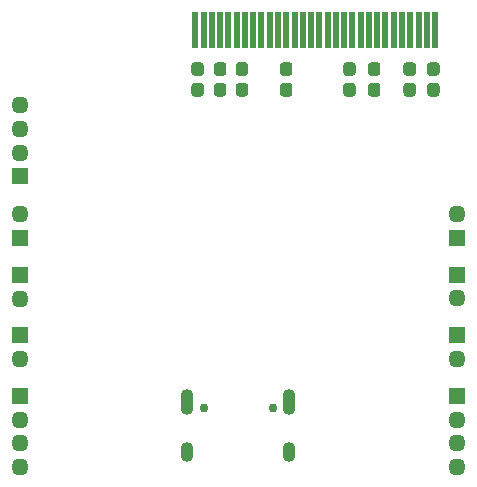
<source format=gbr>
%TF.GenerationSoftware,KiCad,Pcbnew,(5.1.6-0-10_14)*%
%TF.CreationDate,2020-10-29T20:17:36+08:00*%
%TF.ProjectId,QuadoFly,51756164-6f46-46c7-992e-6b696361645f,rev?*%
%TF.SameCoordinates,Original*%
%TF.FileFunction,Soldermask,Bot*%
%TF.FilePolarity,Negative*%
%FSLAX46Y46*%
G04 Gerber Fmt 4.6, Leading zero omitted, Abs format (unit mm)*
G04 Created by KiCad (PCBNEW (5.1.6-0-10_14)) date 2020-10-29 20:17:36*
%MOMM*%
%LPD*%
G01*
G04 APERTURE LIST*
%ADD10O,1.450000X1.450000*%
%ADD11R,1.450000X1.450000*%
%ADD12R,0.100000X0.100000*%
%ADD13R,0.500000X3.100000*%
%ADD14C,0.750000*%
%ADD15O,1.100000X1.700000*%
%ADD16O,1.100000X2.200000*%
G04 APERTURE END LIST*
D10*
%TO.C,J10*%
X101500000Y-143500000D03*
X101500000Y-141500000D03*
X101500000Y-139500000D03*
D11*
X101500000Y-137500000D03*
%TD*%
D10*
%TO.C,J9*%
X138500000Y-143500000D03*
X138500000Y-141500000D03*
X138500000Y-139500000D03*
D11*
X138500000Y-137500000D03*
%TD*%
D10*
%TO.C,J3*%
X101500000Y-129250000D03*
D11*
X101500000Y-127250000D03*
%TD*%
D10*
%TO.C,J2*%
X101500000Y-122100000D03*
D11*
X101500000Y-124100000D03*
%TD*%
D12*
%TO.C,J13*%
X138250000Y-107800000D03*
D13*
X116350000Y-106500000D03*
X117050000Y-106500000D03*
X117750000Y-106500000D03*
X118450000Y-106500000D03*
X119150000Y-106500000D03*
X119850000Y-106500000D03*
X120550000Y-106500000D03*
X121250000Y-106500000D03*
X121950000Y-106500000D03*
X122650000Y-106500000D03*
X123350000Y-106500000D03*
X124050000Y-106500000D03*
X124750000Y-106500000D03*
X125450000Y-106500000D03*
X126150000Y-106500000D03*
X126850000Y-106500000D03*
X127550000Y-106500000D03*
X128250000Y-106500000D03*
X128950000Y-106500000D03*
X129650000Y-106500000D03*
X130350000Y-106500000D03*
X131050000Y-106500000D03*
X131750000Y-106500000D03*
X132450000Y-106500000D03*
X133150000Y-106500000D03*
X133850000Y-106500000D03*
X134550000Y-106500000D03*
X135250000Y-106500000D03*
X135950000Y-106500000D03*
X136650000Y-106500000D03*
%TD*%
D10*
%TO.C,J7*%
X101500000Y-134333332D03*
D11*
X101500000Y-132333332D03*
%TD*%
%TO.C,R14*%
G36*
G01*
X129137500Y-111000000D02*
X129662500Y-111000000D01*
G75*
G02*
X129925000Y-111262500I0J-262500D01*
G01*
X129925000Y-111887500D01*
G75*
G02*
X129662500Y-112150000I-262500J0D01*
G01*
X129137500Y-112150000D01*
G75*
G02*
X128875000Y-111887500I0J262500D01*
G01*
X128875000Y-111262500D01*
G75*
G02*
X129137500Y-111000000I262500J0D01*
G01*
G37*
G36*
G01*
X129137500Y-109250000D02*
X129662500Y-109250000D01*
G75*
G02*
X129925000Y-109512500I0J-262500D01*
G01*
X129925000Y-110137500D01*
G75*
G02*
X129662500Y-110400000I-262500J0D01*
G01*
X129137500Y-110400000D01*
G75*
G02*
X128875000Y-110137500I0J262500D01*
G01*
X128875000Y-109512500D01*
G75*
G02*
X129137500Y-109250000I262500J0D01*
G01*
G37*
%TD*%
%TO.C,R13*%
G36*
G01*
X131762500Y-110400000D02*
X131237500Y-110400000D01*
G75*
G02*
X130975000Y-110137500I0J262500D01*
G01*
X130975000Y-109512500D01*
G75*
G02*
X131237500Y-109250000I262500J0D01*
G01*
X131762500Y-109250000D01*
G75*
G02*
X132025000Y-109512500I0J-262500D01*
G01*
X132025000Y-110137500D01*
G75*
G02*
X131762500Y-110400000I-262500J0D01*
G01*
G37*
G36*
G01*
X131762500Y-112150000D02*
X131237500Y-112150000D01*
G75*
G02*
X130975000Y-111887500I0J262500D01*
G01*
X130975000Y-111262500D01*
G75*
G02*
X131237500Y-111000000I262500J0D01*
G01*
X131762500Y-111000000D01*
G75*
G02*
X132025000Y-111262500I0J-262500D01*
G01*
X132025000Y-111887500D01*
G75*
G02*
X131762500Y-112150000I-262500J0D01*
G01*
G37*
%TD*%
%TO.C,R12*%
G36*
G01*
X120562500Y-110400000D02*
X120037500Y-110400000D01*
G75*
G02*
X119775000Y-110137500I0J262500D01*
G01*
X119775000Y-109512500D01*
G75*
G02*
X120037500Y-109250000I262500J0D01*
G01*
X120562500Y-109250000D01*
G75*
G02*
X120825000Y-109512500I0J-262500D01*
G01*
X120825000Y-110137500D01*
G75*
G02*
X120562500Y-110400000I-262500J0D01*
G01*
G37*
G36*
G01*
X120562500Y-112150000D02*
X120037500Y-112150000D01*
G75*
G02*
X119775000Y-111887500I0J262500D01*
G01*
X119775000Y-111262500D01*
G75*
G02*
X120037500Y-111000000I262500J0D01*
G01*
X120562500Y-111000000D01*
G75*
G02*
X120825000Y-111262500I0J-262500D01*
G01*
X120825000Y-111887500D01*
G75*
G02*
X120562500Y-112150000I-262500J0D01*
G01*
G37*
%TD*%
%TO.C,R11*%
G36*
G01*
X123787500Y-111000000D02*
X124312500Y-111000000D01*
G75*
G02*
X124575000Y-111262500I0J-262500D01*
G01*
X124575000Y-111887500D01*
G75*
G02*
X124312500Y-112150000I-262500J0D01*
G01*
X123787500Y-112150000D01*
G75*
G02*
X123525000Y-111887500I0J262500D01*
G01*
X123525000Y-111262500D01*
G75*
G02*
X123787500Y-111000000I262500J0D01*
G01*
G37*
G36*
G01*
X123787500Y-109250000D02*
X124312500Y-109250000D01*
G75*
G02*
X124575000Y-109512500I0J-262500D01*
G01*
X124575000Y-110137500D01*
G75*
G02*
X124312500Y-110400000I-262500J0D01*
G01*
X123787500Y-110400000D01*
G75*
G02*
X123525000Y-110137500I0J262500D01*
G01*
X123525000Y-109512500D01*
G75*
G02*
X123787500Y-109250000I262500J0D01*
G01*
G37*
%TD*%
D10*
%TO.C,J8*%
X101500000Y-112900000D03*
X101500000Y-114900000D03*
X101500000Y-116900000D03*
D11*
X101500000Y-118900000D03*
%TD*%
D10*
%TO.C,J6*%
X138500000Y-122100000D03*
D11*
X138500000Y-124100000D03*
%TD*%
D10*
%TO.C,J5*%
X138500000Y-129233333D03*
D11*
X138500000Y-127233333D03*
%TD*%
D10*
%TO.C,J4*%
X138500000Y-134366666D03*
D11*
X138500000Y-132366666D03*
%TD*%
D14*
%TO.C,J1*%
X117110000Y-138545000D03*
X122890000Y-138545000D03*
D15*
X124320000Y-142225000D03*
X115680000Y-142225000D03*
D16*
X124320000Y-138045000D03*
X115680000Y-138045000D03*
%TD*%
%TO.C,C29*%
G36*
G01*
X118712500Y-110400000D02*
X118187500Y-110400000D01*
G75*
G02*
X117925000Y-110137500I0J262500D01*
G01*
X117925000Y-109512500D01*
G75*
G02*
X118187500Y-109250000I262500J0D01*
G01*
X118712500Y-109250000D01*
G75*
G02*
X118975000Y-109512500I0J-262500D01*
G01*
X118975000Y-110137500D01*
G75*
G02*
X118712500Y-110400000I-262500J0D01*
G01*
G37*
G36*
G01*
X118712500Y-112150000D02*
X118187500Y-112150000D01*
G75*
G02*
X117925000Y-111887500I0J262500D01*
G01*
X117925000Y-111262500D01*
G75*
G02*
X118187500Y-111000000I262500J0D01*
G01*
X118712500Y-111000000D01*
G75*
G02*
X118975000Y-111262500I0J-262500D01*
G01*
X118975000Y-111887500D01*
G75*
G02*
X118712500Y-112150000I-262500J0D01*
G01*
G37*
%TD*%
%TO.C,C28*%
G36*
G01*
X116812500Y-110400000D02*
X116287500Y-110400000D01*
G75*
G02*
X116025000Y-110137500I0J262500D01*
G01*
X116025000Y-109512500D01*
G75*
G02*
X116287500Y-109250000I262500J0D01*
G01*
X116812500Y-109250000D01*
G75*
G02*
X117075000Y-109512500I0J-262500D01*
G01*
X117075000Y-110137500D01*
G75*
G02*
X116812500Y-110400000I-262500J0D01*
G01*
G37*
G36*
G01*
X116812500Y-112150000D02*
X116287500Y-112150000D01*
G75*
G02*
X116025000Y-111887500I0J262500D01*
G01*
X116025000Y-111262500D01*
G75*
G02*
X116287500Y-111000000I262500J0D01*
G01*
X116812500Y-111000000D01*
G75*
G02*
X117075000Y-111262500I0J-262500D01*
G01*
X117075000Y-111887500D01*
G75*
G02*
X116812500Y-112150000I-262500J0D01*
G01*
G37*
%TD*%
%TO.C,C27*%
G36*
G01*
X134762500Y-110400000D02*
X134237500Y-110400000D01*
G75*
G02*
X133975000Y-110137500I0J262500D01*
G01*
X133975000Y-109512500D01*
G75*
G02*
X134237500Y-109250000I262500J0D01*
G01*
X134762500Y-109250000D01*
G75*
G02*
X135025000Y-109512500I0J-262500D01*
G01*
X135025000Y-110137500D01*
G75*
G02*
X134762500Y-110400000I-262500J0D01*
G01*
G37*
G36*
G01*
X134762500Y-112150000D02*
X134237500Y-112150000D01*
G75*
G02*
X133975000Y-111887500I0J262500D01*
G01*
X133975000Y-111262500D01*
G75*
G02*
X134237500Y-111000000I262500J0D01*
G01*
X134762500Y-111000000D01*
G75*
G02*
X135025000Y-111262500I0J-262500D01*
G01*
X135025000Y-111887500D01*
G75*
G02*
X134762500Y-112150000I-262500J0D01*
G01*
G37*
%TD*%
%TO.C,C26*%
G36*
G01*
X136237500Y-111000000D02*
X136762500Y-111000000D01*
G75*
G02*
X137025000Y-111262500I0J-262500D01*
G01*
X137025000Y-111887500D01*
G75*
G02*
X136762500Y-112150000I-262500J0D01*
G01*
X136237500Y-112150000D01*
G75*
G02*
X135975000Y-111887500I0J262500D01*
G01*
X135975000Y-111262500D01*
G75*
G02*
X136237500Y-111000000I262500J0D01*
G01*
G37*
G36*
G01*
X136237500Y-109250000D02*
X136762500Y-109250000D01*
G75*
G02*
X137025000Y-109512500I0J-262500D01*
G01*
X137025000Y-110137500D01*
G75*
G02*
X136762500Y-110400000I-262500J0D01*
G01*
X136237500Y-110400000D01*
G75*
G02*
X135975000Y-110137500I0J262500D01*
G01*
X135975000Y-109512500D01*
G75*
G02*
X136237500Y-109250000I262500J0D01*
G01*
G37*
%TD*%
M02*

</source>
